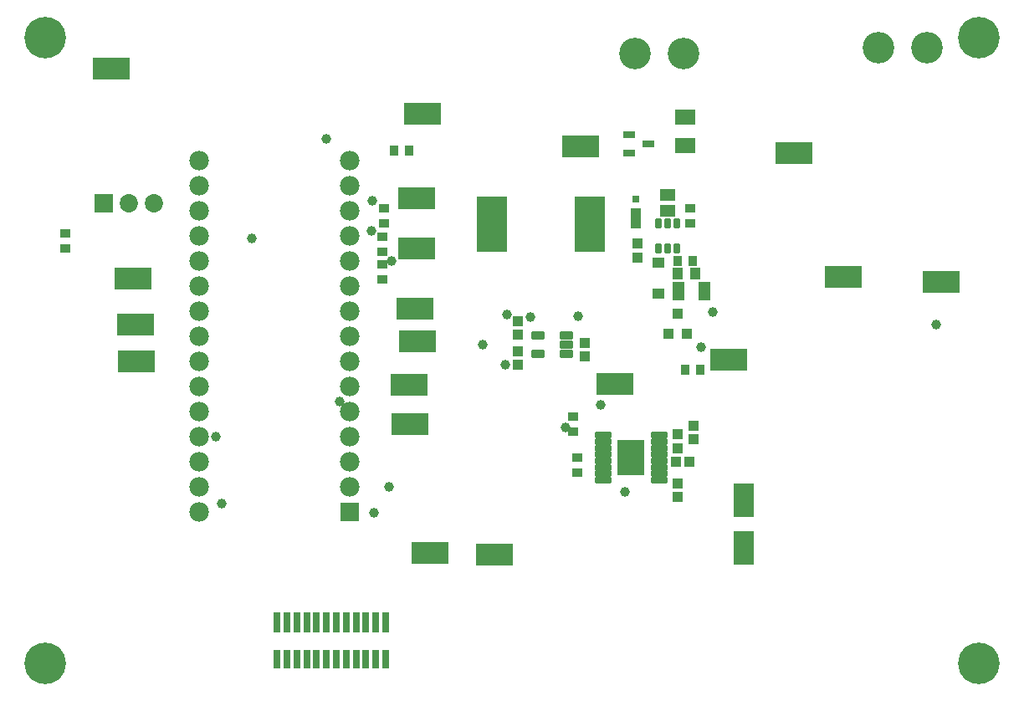
<source format=gbr>
G04*
G04 #@! TF.GenerationSoftware,Altium Limited,Altium Designer,22.4.2 (48)*
G04*
G04 Layer_Color=8388736*
%FSLAX25Y25*%
%MOIN*%
G70*
G04*
G04 #@! TF.SameCoordinates,CF3C407C-0524-4A2E-8B94-90E9F096BC4F*
G04*
G04*
G04 #@! TF.FilePolarity,Negative*
G04*
G01*
G75*
%ADD32R,0.04331X0.07874*%
%ADD33R,0.03150X0.03150*%
%ADD38R,0.04343X0.03556*%
%ADD39R,0.03556X0.04343*%
%ADD40R,0.14580X0.08674*%
%ADD41R,0.04737X0.03162*%
%ADD42R,0.07887X0.05918*%
%ADD43R,0.04343X0.03950*%
%ADD44R,0.03950X0.04343*%
%ADD45R,0.08083X0.13792*%
G04:AMPARAMS|DCode=46|XSize=33.59mil|YSize=55.24mil|CornerRadius=5.92mil|HoleSize=0mil|Usage=FLASHONLY|Rotation=270.000|XOffset=0mil|YOffset=0mil|HoleType=Round|Shape=RoundedRectangle|*
%AMROUNDEDRECTD46*
21,1,0.03359,0.04341,0,0,270.0*
21,1,0.02175,0.05524,0,0,270.0*
1,1,0.01184,-0.02170,-0.01088*
1,1,0.01184,-0.02170,0.01088*
1,1,0.01184,0.02170,0.01088*
1,1,0.01184,0.02170,-0.01088*
%
%ADD46ROUNDEDRECTD46*%
G04:AMPARAMS|DCode=47|XSize=29.65mil|YSize=39.5mil|CornerRadius=5.95mil|HoleSize=0mil|Usage=FLASHONLY|Rotation=180.000|XOffset=0mil|YOffset=0mil|HoleType=Round|Shape=RoundedRectangle|*
%AMROUNDEDRECTD47*
21,1,0.02965,0.02760,0,0,180.0*
21,1,0.01776,0.03950,0,0,180.0*
1,1,0.01190,-0.00888,0.01380*
1,1,0.01190,0.00888,0.01380*
1,1,0.01190,0.00888,-0.01380*
1,1,0.01190,-0.00888,-0.01380*
%
%ADD47ROUNDEDRECTD47*%
G04:AMPARAMS|DCode=48|XSize=69.81mil|YSize=24.14mil|CornerRadius=6.02mil|HoleSize=0mil|Usage=FLASHONLY|Rotation=0.000|XOffset=0mil|YOffset=0mil|HoleType=Round|Shape=RoundedRectangle|*
%AMROUNDEDRECTD48*
21,1,0.06981,0.01211,0,0,0.0*
21,1,0.05778,0.02414,0,0,0.0*
1,1,0.01204,0.02889,-0.00605*
1,1,0.01204,-0.02889,-0.00605*
1,1,0.01204,-0.02889,0.00605*
1,1,0.01204,0.02889,0.00605*
%
%ADD48ROUNDEDRECTD48*%
%ADD49R,0.10564X0.14186*%
%ADD50R,0.04343X0.04737*%
%ADD51R,0.12217X0.22060*%
%ADD52R,0.03162X0.07296*%
%ADD53R,0.03162X0.08083*%
%ADD54R,0.04540X0.04343*%
%ADD55R,0.03950X0.04343*%
%ADD56R,0.05131X0.07493*%
%ADD57R,0.05918X0.05131*%
%ADD58C,0.07800*%
%ADD59R,0.07800X0.07800*%
%ADD60C,0.12611*%
%ADD61R,0.07300X0.07300*%
%ADD62C,0.07300*%
%ADD63C,0.16548*%
%ADD64C,0.03950*%
D32*
X246499Y188441D02*
D03*
D33*
Y195921D02*
D03*
D38*
X19000Y182453D02*
D03*
Y176547D02*
D03*
X145999Y186500D02*
D03*
Y192405D02*
D03*
X145499Y175047D02*
D03*
Y180953D02*
D03*
Y164047D02*
D03*
Y169953D02*
D03*
X222999Y87047D02*
D03*
Y92953D02*
D03*
X221499Y109453D02*
D03*
Y103547D02*
D03*
X267999Y186547D02*
D03*
Y192453D02*
D03*
D39*
X271953Y128000D02*
D03*
X266047D02*
D03*
X150046Y215500D02*
D03*
X155952D02*
D03*
X268952Y171500D02*
D03*
X263046D02*
D03*
D40*
X158999Y196500D02*
D03*
Y176500D02*
D03*
X161499Y230000D02*
D03*
X224499Y217000D02*
D03*
X189999Y54500D02*
D03*
X37499Y248000D02*
D03*
X45999Y164500D02*
D03*
X46999Y146000D02*
D03*
X159499Y139500D02*
D03*
X47499Y131500D02*
D03*
X328999Y165000D02*
D03*
X367999Y163000D02*
D03*
X156499Y106500D02*
D03*
X164499Y55000D02*
D03*
X155999Y122000D02*
D03*
X238000Y122500D02*
D03*
X283500Y132000D02*
D03*
X309499Y214500D02*
D03*
X158499Y152500D02*
D03*
D41*
X251436Y218000D02*
D03*
X243562Y214260D02*
D03*
Y221740D02*
D03*
D42*
X265999Y228709D02*
D03*
Y217291D02*
D03*
D43*
X262999Y102256D02*
D03*
Y96744D02*
D03*
X269499Y100244D02*
D03*
Y105756D02*
D03*
X262999Y77244D02*
D03*
Y82756D02*
D03*
X199499Y142000D02*
D03*
Y147512D02*
D03*
Y135500D02*
D03*
Y129988D02*
D03*
X246999Y172744D02*
D03*
Y178256D02*
D03*
X225999Y133244D02*
D03*
Y138756D02*
D03*
D44*
X267755Y91500D02*
D03*
X262243D02*
D03*
D45*
X289499Y56906D02*
D03*
Y76000D02*
D03*
D46*
X207192Y134260D02*
D03*
Y141740D02*
D03*
X218806D02*
D03*
Y138000D02*
D03*
Y134260D02*
D03*
D47*
X255259Y176480D02*
D03*
X258999D02*
D03*
X262739D02*
D03*
Y186520D02*
D03*
X258999D02*
D03*
X255259D02*
D03*
D48*
X233200Y101957D02*
D03*
Y99398D02*
D03*
Y96839D02*
D03*
Y94279D02*
D03*
Y91720D02*
D03*
Y89161D02*
D03*
Y86602D02*
D03*
Y84043D02*
D03*
X255798D02*
D03*
Y86602D02*
D03*
Y89161D02*
D03*
Y91720D02*
D03*
Y94279D02*
D03*
Y96839D02*
D03*
Y99398D02*
D03*
Y101957D02*
D03*
D49*
X244499Y93000D02*
D03*
D50*
X263153Y166500D02*
D03*
X269846D02*
D03*
D51*
X189011Y186000D02*
D03*
X227987D02*
D03*
D52*
X146684Y12736D02*
D03*
X142747D02*
D03*
X138810D02*
D03*
X134873D02*
D03*
X130936D02*
D03*
X126999D02*
D03*
X123062D02*
D03*
X119125D02*
D03*
X115188D02*
D03*
X111251D02*
D03*
X107314D02*
D03*
X103377D02*
D03*
D53*
X146684Y27500D02*
D03*
X142747D02*
D03*
X138810D02*
D03*
X134873D02*
D03*
X130936D02*
D03*
X126999D02*
D03*
X123062D02*
D03*
X119125D02*
D03*
X115188D02*
D03*
X111251D02*
D03*
X107314D02*
D03*
X103377D02*
D03*
D54*
X255499Y158299D02*
D03*
X255499Y170701D02*
D03*
D55*
X259259Y142563D02*
D03*
X266739D02*
D03*
X262999Y150437D02*
D03*
D56*
X273814Y159500D02*
D03*
X263184D02*
D03*
D57*
X258999Y197650D02*
D03*
Y191350D02*
D03*
D58*
X72499Y211500D02*
D03*
Y201500D02*
D03*
Y191500D02*
D03*
Y181500D02*
D03*
Y171500D02*
D03*
Y161500D02*
D03*
Y151500D02*
D03*
Y141500D02*
D03*
Y131500D02*
D03*
Y121500D02*
D03*
Y111500D02*
D03*
Y101500D02*
D03*
Y91500D02*
D03*
Y81500D02*
D03*
Y71500D02*
D03*
X132499Y211500D02*
D03*
Y201500D02*
D03*
Y191500D02*
D03*
Y181500D02*
D03*
Y171500D02*
D03*
Y161500D02*
D03*
Y151500D02*
D03*
Y141500D02*
D03*
Y131500D02*
D03*
Y121500D02*
D03*
Y111500D02*
D03*
Y101500D02*
D03*
Y91500D02*
D03*
Y81500D02*
D03*
D59*
Y71500D02*
D03*
D60*
X342999Y256500D02*
D03*
X362499D02*
D03*
X245999Y254000D02*
D03*
X265499D02*
D03*
D61*
X34499Y194500D02*
D03*
D62*
X44499D02*
D03*
X54499D02*
D03*
D63*
X383000Y260500D02*
D03*
Y11000D02*
D03*
X11000D02*
D03*
Y260500D02*
D03*
D64*
X141125Y183513D02*
D03*
X149000Y171500D02*
D03*
X141500Y195500D02*
D03*
X195000Y150000D02*
D03*
X194500Y130000D02*
D03*
X204500Y149000D02*
D03*
X223500Y149500D02*
D03*
X81499Y74842D02*
D03*
X93500Y180500D02*
D03*
X128500Y115500D02*
D03*
X277000Y151000D02*
D03*
X272500Y137000D02*
D03*
X78999Y101500D02*
D03*
X185499Y138000D02*
D03*
X232499Y114000D02*
D03*
X218180Y105220D02*
D03*
X141999Y71000D02*
D03*
X365999Y146000D02*
D03*
X241999Y79500D02*
D03*
X122999Y220000D02*
D03*
X147999Y81500D02*
D03*
M02*

</source>
